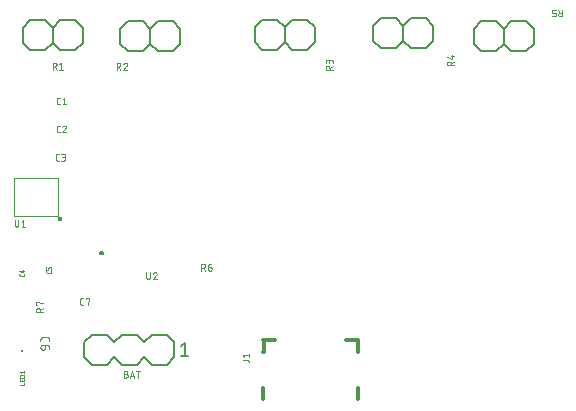
<source format=gbr>
G04 EAGLE Gerber RS-274X export*
G75*
%MOMM*%
%FSLAX34Y34*%
%LPD*%
%INSilkscreen Top*%
%IPPOS*%
%AMOC8*
5,1,8,0,0,1.08239X$1,22.5*%
G01*
%ADD10C,0.025400*%
%ADD11C,0.152400*%
%ADD12C,0.127000*%
%ADD13C,0.050800*%
%ADD14C,0.304800*%
%ADD15C,0.076200*%
%ADD16R,0.250000X0.250000*%
%ADD17C,0.400000*%
%ADD18C,0.101600*%


D10*
X45887Y111892D02*
X45887Y111046D01*
X45885Y110988D01*
X45879Y110931D01*
X45869Y110874D01*
X45856Y110817D01*
X45838Y110762D01*
X45817Y110709D01*
X45792Y110656D01*
X45764Y110606D01*
X45732Y110558D01*
X45697Y110511D01*
X45659Y110468D01*
X45618Y110427D01*
X45575Y110389D01*
X45528Y110354D01*
X45480Y110322D01*
X45430Y110294D01*
X45377Y110269D01*
X45324Y110248D01*
X45269Y110230D01*
X45212Y110217D01*
X45155Y110207D01*
X45098Y110201D01*
X45040Y110199D01*
X42924Y110199D01*
X42866Y110201D01*
X42809Y110207D01*
X42752Y110217D01*
X42695Y110230D01*
X42640Y110248D01*
X42587Y110269D01*
X42534Y110294D01*
X42484Y110322D01*
X42436Y110354D01*
X42389Y110389D01*
X42346Y110427D01*
X42305Y110468D01*
X42267Y110511D01*
X42232Y110558D01*
X42200Y110606D01*
X42172Y110656D01*
X42147Y110709D01*
X42126Y110762D01*
X42108Y110817D01*
X42095Y110874D01*
X42085Y110931D01*
X42079Y110988D01*
X42077Y111046D01*
X42077Y111892D01*
X45887Y113256D02*
X45887Y114526D01*
X45885Y114581D01*
X45880Y114637D01*
X45871Y114691D01*
X45858Y114745D01*
X45842Y114798D01*
X45823Y114850D01*
X45800Y114901D01*
X45774Y114950D01*
X45744Y114997D01*
X45712Y115042D01*
X45677Y115084D01*
X45639Y115125D01*
X45598Y115163D01*
X45556Y115198D01*
X45511Y115230D01*
X45464Y115260D01*
X45415Y115286D01*
X45364Y115309D01*
X45312Y115328D01*
X45259Y115344D01*
X45205Y115357D01*
X45151Y115366D01*
X45095Y115371D01*
X45040Y115373D01*
X44617Y115373D01*
X44559Y115371D01*
X44502Y115365D01*
X44445Y115355D01*
X44388Y115342D01*
X44333Y115324D01*
X44280Y115303D01*
X44227Y115278D01*
X44177Y115250D01*
X44129Y115218D01*
X44082Y115183D01*
X44039Y115145D01*
X43998Y115104D01*
X43960Y115061D01*
X43925Y115014D01*
X43893Y114966D01*
X43865Y114916D01*
X43840Y114863D01*
X43819Y114810D01*
X43801Y114755D01*
X43788Y114698D01*
X43778Y114641D01*
X43772Y114584D01*
X43770Y114526D01*
X43770Y113256D01*
X42077Y113256D01*
X42077Y115373D01*
D11*
X53900Y299050D02*
X66600Y299050D01*
X53900Y299050D02*
X47550Y305400D01*
X47550Y318100D01*
X53900Y324450D01*
X72950Y318100D02*
X72950Y305400D01*
X66600Y299050D01*
X72950Y318100D02*
X66600Y324450D01*
X53900Y324450D01*
X47550Y305400D02*
X41200Y299050D01*
X28500Y299050D01*
X22150Y305400D01*
X22150Y318100D01*
X28500Y324450D01*
X41200Y324450D01*
X47550Y318100D01*
X136250Y297950D02*
X148950Y297950D01*
X136250Y297950D02*
X129900Y304300D01*
X129900Y317000D01*
X136250Y323350D01*
X155300Y317000D02*
X155300Y304300D01*
X148950Y297950D01*
X155300Y317000D02*
X148950Y323350D01*
X136250Y323350D01*
X129900Y304300D02*
X123550Y297950D01*
X110850Y297950D01*
X104500Y304300D01*
X104500Y317000D01*
X110850Y323350D01*
X123550Y323350D01*
X129900Y317000D01*
X250250Y299200D02*
X262950Y299200D01*
X250250Y299200D02*
X243900Y305550D01*
X243900Y318250D01*
X250250Y324600D01*
X269300Y318250D02*
X269300Y305550D01*
X262950Y299200D01*
X269300Y318250D02*
X262950Y324600D01*
X250250Y324600D01*
X243900Y305550D02*
X237550Y299200D01*
X224850Y299200D01*
X218500Y305550D01*
X218500Y318250D01*
X224850Y324600D01*
X237550Y324600D01*
X243900Y318250D01*
X350500Y300450D02*
X363200Y300450D01*
X350500Y300450D02*
X344150Y306800D01*
X344150Y319500D01*
X350500Y325850D01*
X369550Y319500D02*
X369550Y306800D01*
X363200Y300450D01*
X369550Y319500D02*
X363200Y325850D01*
X350500Y325850D01*
X344150Y306800D02*
X337800Y300450D01*
X325100Y300450D01*
X318750Y306800D01*
X318750Y319500D01*
X325100Y325850D01*
X337800Y325850D01*
X344150Y319500D01*
X435750Y297950D02*
X448450Y297950D01*
X435750Y297950D02*
X429400Y304300D01*
X429400Y317000D01*
X435750Y323350D01*
X454800Y317000D02*
X454800Y304300D01*
X448450Y297950D01*
X454800Y317000D02*
X448450Y323350D01*
X435750Y323350D01*
X429400Y304300D02*
X423050Y297950D01*
X410350Y297950D01*
X404000Y304300D01*
X404000Y317000D01*
X410350Y323350D01*
X423050Y323350D01*
X429400Y317000D01*
X143950Y32700D02*
X131250Y32700D01*
X124900Y39050D01*
X124900Y51750D02*
X131250Y58100D01*
X124900Y39050D02*
X118550Y32700D01*
X105850Y32700D01*
X99500Y39050D01*
X99500Y51750D02*
X105850Y58100D01*
X118550Y58100D01*
X124900Y51750D01*
X150300Y51750D02*
X150300Y39050D01*
X143950Y32700D01*
X150300Y51750D02*
X143950Y58100D01*
X131250Y58100D01*
X99500Y39050D02*
X93150Y32700D01*
X80450Y32700D01*
X74100Y39050D01*
X74100Y51750D02*
X80450Y58100D01*
X93150Y58100D01*
X99500Y51750D01*
X74100Y51750D02*
X74100Y39050D01*
D12*
X156015Y48575D02*
X159190Y51115D01*
X159190Y39685D01*
X156015Y39685D02*
X162365Y39685D01*
D13*
X109403Y24902D02*
X107850Y24902D01*
X109403Y24902D02*
X109480Y24900D01*
X109558Y24894D01*
X109634Y24885D01*
X109711Y24871D01*
X109786Y24854D01*
X109860Y24833D01*
X109934Y24808D01*
X110006Y24780D01*
X110076Y24748D01*
X110145Y24713D01*
X110212Y24674D01*
X110277Y24632D01*
X110340Y24587D01*
X110401Y24539D01*
X110459Y24488D01*
X110514Y24434D01*
X110567Y24377D01*
X110616Y24318D01*
X110663Y24256D01*
X110707Y24192D01*
X110747Y24126D01*
X110784Y24058D01*
X110818Y23988D01*
X110848Y23917D01*
X110874Y23844D01*
X110897Y23770D01*
X110916Y23695D01*
X110931Y23620D01*
X110943Y23543D01*
X110951Y23466D01*
X110955Y23389D01*
X110955Y23311D01*
X110951Y23234D01*
X110943Y23157D01*
X110931Y23080D01*
X110916Y23005D01*
X110897Y22930D01*
X110874Y22856D01*
X110848Y22783D01*
X110818Y22712D01*
X110784Y22642D01*
X110747Y22574D01*
X110707Y22508D01*
X110663Y22444D01*
X110616Y22382D01*
X110567Y22323D01*
X110514Y22266D01*
X110459Y22212D01*
X110401Y22161D01*
X110340Y22113D01*
X110277Y22068D01*
X110212Y22026D01*
X110145Y21987D01*
X110076Y21952D01*
X110006Y21920D01*
X109934Y21892D01*
X109860Y21867D01*
X109786Y21846D01*
X109711Y21829D01*
X109634Y21815D01*
X109558Y21806D01*
X109480Y21800D01*
X109403Y21798D01*
X107850Y21798D01*
X107850Y27386D01*
X109403Y27386D01*
X109473Y27384D01*
X109542Y27378D01*
X109611Y27368D01*
X109679Y27355D01*
X109747Y27337D01*
X109813Y27316D01*
X109878Y27291D01*
X109942Y27263D01*
X110004Y27231D01*
X110064Y27196D01*
X110122Y27157D01*
X110177Y27115D01*
X110231Y27070D01*
X110281Y27022D01*
X110329Y26972D01*
X110374Y26918D01*
X110416Y26863D01*
X110455Y26805D01*
X110490Y26745D01*
X110522Y26683D01*
X110550Y26619D01*
X110575Y26554D01*
X110596Y26488D01*
X110614Y26420D01*
X110627Y26352D01*
X110637Y26283D01*
X110643Y26214D01*
X110645Y26144D01*
X110643Y26074D01*
X110637Y26005D01*
X110627Y25936D01*
X110614Y25868D01*
X110596Y25800D01*
X110575Y25734D01*
X110550Y25669D01*
X110522Y25605D01*
X110490Y25543D01*
X110455Y25483D01*
X110416Y25425D01*
X110374Y25370D01*
X110329Y25316D01*
X110281Y25266D01*
X110231Y25218D01*
X110177Y25173D01*
X110122Y25131D01*
X110064Y25092D01*
X110004Y25057D01*
X109942Y25025D01*
X109878Y24997D01*
X109813Y24972D01*
X109747Y24951D01*
X109679Y24933D01*
X109611Y24920D01*
X109542Y24910D01*
X109473Y24904D01*
X109403Y24902D01*
X112761Y21798D02*
X114623Y27386D01*
X116486Y21798D01*
X116020Y23195D02*
X113226Y23195D01*
X119744Y21798D02*
X119744Y27386D01*
X118192Y27386D02*
X121296Y27386D01*
X53688Y253254D02*
X52446Y253254D01*
X52376Y253256D01*
X52307Y253262D01*
X52238Y253272D01*
X52170Y253285D01*
X52102Y253303D01*
X52036Y253324D01*
X51971Y253349D01*
X51907Y253377D01*
X51845Y253409D01*
X51785Y253444D01*
X51727Y253483D01*
X51672Y253525D01*
X51618Y253570D01*
X51568Y253618D01*
X51520Y253668D01*
X51475Y253722D01*
X51433Y253777D01*
X51394Y253835D01*
X51359Y253895D01*
X51327Y253957D01*
X51299Y254021D01*
X51274Y254086D01*
X51253Y254152D01*
X51235Y254220D01*
X51222Y254288D01*
X51212Y254357D01*
X51206Y254426D01*
X51204Y254496D01*
X51204Y257600D01*
X51206Y257670D01*
X51212Y257739D01*
X51222Y257808D01*
X51235Y257876D01*
X51253Y257944D01*
X51274Y258010D01*
X51299Y258075D01*
X51327Y258139D01*
X51359Y258201D01*
X51394Y258261D01*
X51433Y258319D01*
X51475Y258374D01*
X51520Y258428D01*
X51568Y258478D01*
X51618Y258526D01*
X51672Y258571D01*
X51727Y258613D01*
X51785Y258652D01*
X51845Y258687D01*
X51907Y258719D01*
X51971Y258747D01*
X52036Y258772D01*
X52102Y258793D01*
X52170Y258811D01*
X52238Y258824D01*
X52307Y258834D01*
X52376Y258840D01*
X52446Y258842D01*
X53688Y258842D01*
X55792Y257600D02*
X57344Y258842D01*
X57344Y253254D01*
X55792Y253254D02*
X58897Y253254D01*
X53338Y229504D02*
X52096Y229504D01*
X52026Y229506D01*
X51957Y229512D01*
X51888Y229522D01*
X51820Y229535D01*
X51752Y229553D01*
X51686Y229574D01*
X51621Y229599D01*
X51557Y229627D01*
X51495Y229659D01*
X51435Y229694D01*
X51377Y229733D01*
X51322Y229775D01*
X51268Y229820D01*
X51218Y229868D01*
X51170Y229918D01*
X51125Y229972D01*
X51083Y230027D01*
X51044Y230085D01*
X51009Y230145D01*
X50977Y230207D01*
X50949Y230271D01*
X50924Y230336D01*
X50903Y230402D01*
X50885Y230470D01*
X50872Y230538D01*
X50862Y230607D01*
X50856Y230676D01*
X50854Y230746D01*
X50854Y233850D01*
X50856Y233920D01*
X50862Y233989D01*
X50872Y234058D01*
X50885Y234126D01*
X50903Y234194D01*
X50924Y234260D01*
X50949Y234325D01*
X50977Y234389D01*
X51009Y234451D01*
X51044Y234511D01*
X51083Y234569D01*
X51125Y234624D01*
X51170Y234678D01*
X51218Y234728D01*
X51268Y234776D01*
X51322Y234821D01*
X51377Y234863D01*
X51435Y234902D01*
X51495Y234937D01*
X51557Y234969D01*
X51621Y234997D01*
X51686Y235022D01*
X51752Y235043D01*
X51820Y235061D01*
X51888Y235074D01*
X51957Y235084D01*
X52026Y235090D01*
X52096Y235092D01*
X53338Y235092D01*
X57150Y235092D02*
X57223Y235090D01*
X57296Y235084D01*
X57369Y235075D01*
X57440Y235061D01*
X57512Y235044D01*
X57582Y235024D01*
X57651Y234999D01*
X57718Y234971D01*
X57784Y234940D01*
X57849Y234905D01*
X57911Y234867D01*
X57971Y234825D01*
X58029Y234781D01*
X58085Y234733D01*
X58138Y234683D01*
X58188Y234630D01*
X58236Y234574D01*
X58280Y234516D01*
X58322Y234456D01*
X58360Y234394D01*
X58395Y234329D01*
X58426Y234263D01*
X58454Y234196D01*
X58479Y234127D01*
X58499Y234057D01*
X58516Y233985D01*
X58530Y233914D01*
X58539Y233841D01*
X58545Y233768D01*
X58547Y233695D01*
X57150Y235092D02*
X57066Y235090D01*
X56983Y235084D01*
X56900Y235075D01*
X56818Y235061D01*
X56736Y235044D01*
X56655Y235022D01*
X56575Y234997D01*
X56497Y234969D01*
X56419Y234937D01*
X56344Y234901D01*
X56270Y234862D01*
X56198Y234819D01*
X56128Y234773D01*
X56061Y234724D01*
X55995Y234671D01*
X55933Y234616D01*
X55873Y234558D01*
X55815Y234497D01*
X55761Y234434D01*
X55709Y234368D01*
X55661Y234300D01*
X55616Y234229D01*
X55574Y234157D01*
X55536Y234082D01*
X55501Y234006D01*
X55470Y233929D01*
X55442Y233850D01*
X58080Y232609D02*
X58134Y232662D01*
X58185Y232719D01*
X58233Y232778D01*
X58278Y232839D01*
X58319Y232902D01*
X58358Y232968D01*
X58393Y233035D01*
X58425Y233104D01*
X58453Y233175D01*
X58477Y233246D01*
X58498Y233319D01*
X58515Y233393D01*
X58529Y233468D01*
X58538Y233543D01*
X58544Y233619D01*
X58546Y233695D01*
X58081Y232608D02*
X55442Y229504D01*
X58547Y229504D01*
X52738Y205504D02*
X51496Y205504D01*
X51426Y205506D01*
X51357Y205512D01*
X51288Y205522D01*
X51220Y205535D01*
X51152Y205553D01*
X51086Y205574D01*
X51021Y205599D01*
X50957Y205627D01*
X50895Y205659D01*
X50835Y205694D01*
X50777Y205733D01*
X50722Y205775D01*
X50668Y205820D01*
X50618Y205868D01*
X50570Y205918D01*
X50525Y205972D01*
X50483Y206027D01*
X50444Y206085D01*
X50409Y206145D01*
X50377Y206207D01*
X50349Y206271D01*
X50324Y206336D01*
X50303Y206402D01*
X50285Y206470D01*
X50272Y206538D01*
X50262Y206607D01*
X50256Y206676D01*
X50254Y206746D01*
X50254Y209850D01*
X50256Y209920D01*
X50262Y209989D01*
X50272Y210058D01*
X50285Y210126D01*
X50303Y210194D01*
X50324Y210260D01*
X50349Y210325D01*
X50377Y210389D01*
X50409Y210451D01*
X50444Y210511D01*
X50483Y210569D01*
X50525Y210624D01*
X50570Y210678D01*
X50618Y210728D01*
X50668Y210776D01*
X50722Y210821D01*
X50777Y210863D01*
X50835Y210902D01*
X50895Y210937D01*
X50957Y210969D01*
X51021Y210997D01*
X51086Y211022D01*
X51152Y211043D01*
X51220Y211061D01*
X51288Y211074D01*
X51357Y211084D01*
X51426Y211090D01*
X51496Y211092D01*
X52738Y211092D01*
X54842Y205504D02*
X56394Y205504D01*
X56471Y205506D01*
X56549Y205512D01*
X56625Y205521D01*
X56702Y205535D01*
X56777Y205552D01*
X56851Y205573D01*
X56925Y205598D01*
X56997Y205626D01*
X57067Y205658D01*
X57136Y205693D01*
X57203Y205732D01*
X57268Y205774D01*
X57331Y205819D01*
X57392Y205867D01*
X57450Y205918D01*
X57505Y205972D01*
X57558Y206029D01*
X57607Y206088D01*
X57654Y206150D01*
X57698Y206214D01*
X57738Y206280D01*
X57775Y206348D01*
X57809Y206418D01*
X57839Y206489D01*
X57865Y206562D01*
X57888Y206636D01*
X57907Y206711D01*
X57922Y206786D01*
X57934Y206863D01*
X57942Y206940D01*
X57946Y207017D01*
X57946Y207095D01*
X57942Y207172D01*
X57934Y207249D01*
X57922Y207326D01*
X57907Y207401D01*
X57888Y207476D01*
X57865Y207550D01*
X57839Y207623D01*
X57809Y207694D01*
X57775Y207764D01*
X57738Y207832D01*
X57698Y207898D01*
X57654Y207962D01*
X57607Y208024D01*
X57558Y208083D01*
X57505Y208140D01*
X57450Y208194D01*
X57392Y208245D01*
X57331Y208293D01*
X57268Y208338D01*
X57203Y208380D01*
X57136Y208419D01*
X57067Y208454D01*
X56997Y208486D01*
X56925Y208514D01*
X56851Y208539D01*
X56777Y208560D01*
X56702Y208577D01*
X56625Y208591D01*
X56549Y208600D01*
X56471Y208606D01*
X56394Y208608D01*
X56705Y211092D02*
X54842Y211092D01*
X56705Y211092D02*
X56775Y211090D01*
X56844Y211084D01*
X56913Y211074D01*
X56981Y211061D01*
X57049Y211043D01*
X57115Y211022D01*
X57180Y210997D01*
X57244Y210969D01*
X57306Y210937D01*
X57366Y210902D01*
X57424Y210863D01*
X57479Y210821D01*
X57533Y210776D01*
X57583Y210728D01*
X57631Y210678D01*
X57676Y210624D01*
X57718Y210569D01*
X57757Y210511D01*
X57792Y210451D01*
X57824Y210389D01*
X57852Y210325D01*
X57877Y210260D01*
X57898Y210194D01*
X57916Y210126D01*
X57929Y210058D01*
X57939Y209989D01*
X57945Y209920D01*
X57947Y209850D01*
X57945Y209780D01*
X57939Y209711D01*
X57929Y209642D01*
X57916Y209574D01*
X57898Y209506D01*
X57877Y209440D01*
X57852Y209375D01*
X57824Y209311D01*
X57792Y209249D01*
X57757Y209189D01*
X57718Y209131D01*
X57676Y209076D01*
X57631Y209022D01*
X57583Y208972D01*
X57533Y208924D01*
X57479Y208879D01*
X57424Y208837D01*
X57366Y208798D01*
X57306Y208763D01*
X57244Y208731D01*
X57180Y208703D01*
X57115Y208678D01*
X57049Y208657D01*
X56981Y208639D01*
X56913Y208626D01*
X56844Y208616D01*
X56775Y208610D01*
X56705Y208608D01*
X55463Y208608D01*
D10*
X23037Y109392D02*
X23037Y108546D01*
X23035Y108488D01*
X23029Y108431D01*
X23019Y108374D01*
X23006Y108317D01*
X22988Y108262D01*
X22967Y108209D01*
X22942Y108156D01*
X22914Y108106D01*
X22882Y108058D01*
X22847Y108011D01*
X22809Y107968D01*
X22768Y107927D01*
X22725Y107889D01*
X22678Y107854D01*
X22630Y107822D01*
X22580Y107794D01*
X22527Y107769D01*
X22474Y107748D01*
X22419Y107730D01*
X22362Y107717D01*
X22305Y107707D01*
X22248Y107701D01*
X22190Y107699D01*
X20074Y107699D01*
X20016Y107701D01*
X19959Y107707D01*
X19902Y107717D01*
X19845Y107730D01*
X19790Y107748D01*
X19737Y107769D01*
X19684Y107794D01*
X19634Y107822D01*
X19586Y107854D01*
X19539Y107889D01*
X19496Y107927D01*
X19455Y107968D01*
X19417Y108011D01*
X19382Y108058D01*
X19350Y108106D01*
X19322Y108156D01*
X19297Y108209D01*
X19276Y108262D01*
X19258Y108317D01*
X19245Y108374D01*
X19235Y108431D01*
X19229Y108488D01*
X19227Y108546D01*
X19227Y109392D01*
X19227Y111603D02*
X22190Y110756D01*
X22190Y112873D01*
X21344Y112238D02*
X23037Y112238D01*
D13*
X37004Y54069D02*
X37004Y52375D01*
X37004Y54069D02*
X37006Y54150D01*
X37012Y54230D01*
X37021Y54310D01*
X37035Y54389D01*
X37052Y54468D01*
X37073Y54546D01*
X37097Y54623D01*
X37125Y54698D01*
X37157Y54772D01*
X37192Y54845D01*
X37231Y54916D01*
X37273Y54984D01*
X37318Y55051D01*
X37366Y55116D01*
X37418Y55178D01*
X37472Y55237D01*
X37529Y55294D01*
X37588Y55348D01*
X37650Y55400D01*
X37715Y55448D01*
X37782Y55493D01*
X37851Y55535D01*
X37921Y55574D01*
X37994Y55609D01*
X38068Y55641D01*
X38143Y55669D01*
X38220Y55693D01*
X38298Y55714D01*
X38377Y55731D01*
X38456Y55745D01*
X38536Y55754D01*
X38616Y55760D01*
X38697Y55762D01*
X42931Y55762D01*
X43012Y55760D01*
X43092Y55754D01*
X43172Y55745D01*
X43251Y55731D01*
X43330Y55714D01*
X43408Y55693D01*
X43485Y55669D01*
X43560Y55641D01*
X43634Y55609D01*
X43707Y55574D01*
X43777Y55535D01*
X43846Y55493D01*
X43913Y55448D01*
X43978Y55400D01*
X44040Y55348D01*
X44099Y55294D01*
X44156Y55237D01*
X44210Y55178D01*
X44262Y55116D01*
X44310Y55051D01*
X44355Y54984D01*
X44397Y54916D01*
X44436Y54845D01*
X44471Y54772D01*
X44503Y54698D01*
X44531Y54623D01*
X44555Y54546D01*
X44576Y54468D01*
X44593Y54389D01*
X44607Y54310D01*
X44616Y54230D01*
X44622Y54150D01*
X44624Y54069D01*
X44624Y52375D01*
X41237Y49647D02*
X41237Y47107D01*
X41235Y47026D01*
X41229Y46946D01*
X41220Y46866D01*
X41206Y46787D01*
X41189Y46708D01*
X41168Y46630D01*
X41144Y46553D01*
X41116Y46478D01*
X41084Y46404D01*
X41049Y46331D01*
X41010Y46261D01*
X40968Y46192D01*
X40923Y46125D01*
X40875Y46060D01*
X40823Y45998D01*
X40769Y45939D01*
X40712Y45882D01*
X40653Y45828D01*
X40591Y45776D01*
X40526Y45728D01*
X40459Y45683D01*
X40391Y45641D01*
X40320Y45602D01*
X40247Y45567D01*
X40173Y45535D01*
X40098Y45507D01*
X40021Y45483D01*
X39943Y45462D01*
X39864Y45445D01*
X39785Y45431D01*
X39705Y45422D01*
X39625Y45416D01*
X39544Y45414D01*
X39121Y45414D01*
X39121Y45413D02*
X39030Y45415D01*
X38939Y45421D01*
X38848Y45431D01*
X38758Y45444D01*
X38669Y45462D01*
X38580Y45483D01*
X38493Y45508D01*
X38406Y45537D01*
X38321Y45570D01*
X38238Y45606D01*
X38156Y45646D01*
X38076Y45689D01*
X37997Y45736D01*
X37921Y45786D01*
X37847Y45839D01*
X37776Y45895D01*
X37707Y45955D01*
X37640Y46017D01*
X37577Y46082D01*
X37516Y46150D01*
X37458Y46220D01*
X37403Y46293D01*
X37351Y46368D01*
X37303Y46445D01*
X37258Y46525D01*
X37216Y46606D01*
X37178Y46688D01*
X37144Y46773D01*
X37113Y46859D01*
X37086Y46946D01*
X37063Y47034D01*
X37044Y47123D01*
X37028Y47212D01*
X37016Y47303D01*
X37008Y47393D01*
X37004Y47484D01*
X37004Y47576D01*
X37008Y47667D01*
X37016Y47757D01*
X37028Y47848D01*
X37044Y47937D01*
X37063Y48026D01*
X37086Y48114D01*
X37113Y48201D01*
X37144Y48287D01*
X37178Y48372D01*
X37216Y48454D01*
X37258Y48535D01*
X37303Y48615D01*
X37351Y48692D01*
X37403Y48767D01*
X37458Y48840D01*
X37516Y48910D01*
X37577Y48978D01*
X37640Y49043D01*
X37707Y49105D01*
X37776Y49165D01*
X37847Y49221D01*
X37921Y49274D01*
X37997Y49324D01*
X38076Y49371D01*
X38156Y49414D01*
X38238Y49454D01*
X38321Y49490D01*
X38406Y49523D01*
X38493Y49552D01*
X38580Y49577D01*
X38669Y49598D01*
X38758Y49616D01*
X38848Y49629D01*
X38939Y49639D01*
X39030Y49645D01*
X39121Y49647D01*
X41237Y49647D01*
X41353Y49645D01*
X41468Y49639D01*
X41583Y49629D01*
X41698Y49615D01*
X41812Y49598D01*
X41926Y49576D01*
X42039Y49551D01*
X42151Y49521D01*
X42262Y49488D01*
X42371Y49451D01*
X42480Y49411D01*
X42586Y49367D01*
X42692Y49319D01*
X42795Y49267D01*
X42897Y49212D01*
X42997Y49154D01*
X43095Y49092D01*
X43190Y49027D01*
X43284Y48959D01*
X43374Y48887D01*
X43463Y48813D01*
X43549Y48735D01*
X43632Y48655D01*
X43712Y48572D01*
X43790Y48486D01*
X43864Y48398D01*
X43936Y48307D01*
X44004Y48213D01*
X44069Y48118D01*
X44131Y48020D01*
X44189Y47920D01*
X44244Y47818D01*
X44296Y47715D01*
X44344Y47609D01*
X44388Y47503D01*
X44428Y47394D01*
X44465Y47285D01*
X44498Y47174D01*
X44528Y47062D01*
X44553Y46949D01*
X44575Y46836D01*
X44592Y46721D01*
X44606Y46606D01*
X44616Y46491D01*
X44622Y46376D01*
X44624Y46260D01*
D10*
X72009Y83277D02*
X73307Y83277D01*
X72009Y83277D02*
X71939Y83279D01*
X71869Y83285D01*
X71799Y83294D01*
X71730Y83307D01*
X71662Y83324D01*
X71595Y83345D01*
X71529Y83369D01*
X71464Y83397D01*
X71401Y83428D01*
X71340Y83463D01*
X71281Y83501D01*
X71223Y83542D01*
X71169Y83586D01*
X71116Y83633D01*
X71067Y83682D01*
X71020Y83735D01*
X70976Y83789D01*
X70935Y83847D01*
X70897Y83906D01*
X70862Y83967D01*
X70831Y84030D01*
X70803Y84095D01*
X70779Y84161D01*
X70758Y84228D01*
X70741Y84296D01*
X70728Y84365D01*
X70719Y84435D01*
X70713Y84505D01*
X70711Y84575D01*
X70711Y87821D01*
X70713Y87891D01*
X70719Y87961D01*
X70728Y88031D01*
X70741Y88100D01*
X70758Y88168D01*
X70779Y88235D01*
X70803Y88301D01*
X70831Y88366D01*
X70862Y88429D01*
X70897Y88490D01*
X70935Y88549D01*
X70976Y88607D01*
X71020Y88661D01*
X71067Y88714D01*
X71116Y88763D01*
X71169Y88810D01*
X71223Y88854D01*
X71281Y88895D01*
X71340Y88933D01*
X71401Y88968D01*
X71464Y88999D01*
X71529Y89027D01*
X71595Y89051D01*
X71662Y89072D01*
X71730Y89089D01*
X71799Y89102D01*
X71869Y89111D01*
X71939Y89117D01*
X72009Y89119D01*
X73307Y89119D01*
X75295Y89119D02*
X75295Y88470D01*
X75295Y89119D02*
X78541Y89119D01*
X76918Y83277D01*
D14*
X225921Y53120D02*
X225921Y43300D01*
X225850Y43300D01*
X225850Y53300D02*
X235850Y53300D01*
X305850Y53300D02*
X305850Y43300D01*
X305850Y53300D02*
X295850Y53300D01*
X225850Y13300D02*
X225850Y3300D01*
X305850Y3300D02*
X305850Y13300D01*
D15*
X212294Y36509D02*
X208145Y36509D01*
X212294Y36509D02*
X212360Y36507D01*
X212427Y36502D01*
X212492Y36492D01*
X212558Y36479D01*
X212622Y36463D01*
X212685Y36443D01*
X212747Y36419D01*
X212808Y36392D01*
X212867Y36361D01*
X212924Y36327D01*
X212980Y36290D01*
X213033Y36250D01*
X213084Y36208D01*
X213132Y36162D01*
X213178Y36114D01*
X213220Y36063D01*
X213260Y36010D01*
X213297Y35954D01*
X213331Y35897D01*
X213362Y35838D01*
X213389Y35777D01*
X213413Y35715D01*
X213433Y35652D01*
X213449Y35588D01*
X213462Y35522D01*
X213472Y35457D01*
X213477Y35390D01*
X213479Y35324D01*
X213479Y34731D01*
X209330Y39186D02*
X208145Y40668D01*
X213479Y40668D01*
X213479Y39186D02*
X213479Y42150D01*
D16*
X21050Y44250D03*
D10*
X19513Y15427D02*
X23323Y15427D01*
X23323Y17120D01*
X23323Y18597D02*
X23323Y20290D01*
X23323Y18597D02*
X19513Y18597D01*
X19513Y20290D01*
X21206Y19867D02*
X21206Y18597D01*
X19513Y21760D02*
X23323Y21760D01*
X19513Y21760D02*
X19513Y22819D01*
X19515Y22883D01*
X19521Y22947D01*
X19530Y23010D01*
X19544Y23072D01*
X19561Y23134D01*
X19582Y23194D01*
X19606Y23253D01*
X19634Y23311D01*
X19666Y23366D01*
X19700Y23420D01*
X19738Y23471D01*
X19779Y23521D01*
X19823Y23567D01*
X19869Y23611D01*
X19919Y23652D01*
X19970Y23690D01*
X20024Y23724D01*
X20079Y23756D01*
X20137Y23784D01*
X20196Y23808D01*
X20256Y23829D01*
X20318Y23846D01*
X20380Y23860D01*
X20444Y23869D01*
X20507Y23875D01*
X20571Y23877D01*
X22265Y23877D01*
X22329Y23875D01*
X22393Y23869D01*
X22456Y23860D01*
X22518Y23846D01*
X22580Y23829D01*
X22640Y23808D01*
X22699Y23784D01*
X22757Y23756D01*
X22812Y23724D01*
X22866Y23690D01*
X22917Y23652D01*
X22967Y23611D01*
X23013Y23567D01*
X23057Y23521D01*
X23098Y23471D01*
X23136Y23420D01*
X23170Y23366D01*
X23202Y23311D01*
X23230Y23253D01*
X23254Y23194D01*
X23275Y23134D01*
X23292Y23072D01*
X23306Y23010D01*
X23315Y22947D01*
X23321Y22883D01*
X23323Y22819D01*
X23323Y21760D01*
X20360Y25540D02*
X19513Y26598D01*
X23323Y26598D01*
X23323Y25540D02*
X23323Y27656D01*
X47511Y282477D02*
X47511Y288319D01*
X49134Y288319D01*
X49214Y288317D01*
X49293Y288311D01*
X49372Y288301D01*
X49451Y288288D01*
X49528Y288270D01*
X49605Y288249D01*
X49681Y288224D01*
X49755Y288195D01*
X49828Y288163D01*
X49899Y288127D01*
X49968Y288088D01*
X50036Y288045D01*
X50101Y288000D01*
X50164Y287951D01*
X50224Y287899D01*
X50282Y287844D01*
X50337Y287786D01*
X50389Y287726D01*
X50438Y287663D01*
X50483Y287598D01*
X50526Y287530D01*
X50565Y287461D01*
X50601Y287390D01*
X50633Y287317D01*
X50662Y287243D01*
X50687Y287167D01*
X50708Y287090D01*
X50726Y287013D01*
X50739Y286934D01*
X50749Y286855D01*
X50755Y286776D01*
X50757Y286696D01*
X50755Y286616D01*
X50749Y286537D01*
X50739Y286458D01*
X50726Y286379D01*
X50708Y286302D01*
X50687Y286225D01*
X50662Y286149D01*
X50633Y286075D01*
X50601Y286002D01*
X50565Y285931D01*
X50526Y285862D01*
X50483Y285794D01*
X50438Y285729D01*
X50389Y285666D01*
X50337Y285606D01*
X50282Y285548D01*
X50224Y285493D01*
X50164Y285441D01*
X50101Y285392D01*
X50036Y285347D01*
X49968Y285304D01*
X49899Y285265D01*
X49828Y285229D01*
X49755Y285197D01*
X49681Y285168D01*
X49605Y285143D01*
X49528Y285122D01*
X49451Y285104D01*
X49372Y285091D01*
X49293Y285081D01*
X49214Y285075D01*
X49134Y285073D01*
X47511Y285073D01*
X49458Y285073D02*
X50757Y282477D01*
X52970Y287021D02*
X54593Y288319D01*
X54593Y282477D01*
X52970Y282477D02*
X56216Y282477D01*
X101511Y282477D02*
X101511Y288319D01*
X103134Y288319D01*
X103214Y288317D01*
X103293Y288311D01*
X103372Y288301D01*
X103451Y288288D01*
X103528Y288270D01*
X103605Y288249D01*
X103681Y288224D01*
X103755Y288195D01*
X103828Y288163D01*
X103899Y288127D01*
X103968Y288088D01*
X104036Y288045D01*
X104101Y288000D01*
X104164Y287951D01*
X104224Y287899D01*
X104282Y287844D01*
X104337Y287786D01*
X104389Y287726D01*
X104438Y287663D01*
X104483Y287598D01*
X104526Y287530D01*
X104565Y287461D01*
X104601Y287390D01*
X104633Y287317D01*
X104662Y287243D01*
X104687Y287167D01*
X104708Y287090D01*
X104726Y287013D01*
X104739Y286934D01*
X104749Y286855D01*
X104755Y286776D01*
X104757Y286696D01*
X104755Y286616D01*
X104749Y286537D01*
X104739Y286458D01*
X104726Y286379D01*
X104708Y286302D01*
X104687Y286225D01*
X104662Y286149D01*
X104633Y286075D01*
X104601Y286002D01*
X104565Y285931D01*
X104526Y285862D01*
X104483Y285794D01*
X104438Y285729D01*
X104389Y285666D01*
X104337Y285606D01*
X104282Y285548D01*
X104224Y285493D01*
X104164Y285441D01*
X104101Y285392D01*
X104036Y285347D01*
X103968Y285304D01*
X103899Y285265D01*
X103828Y285229D01*
X103755Y285197D01*
X103681Y285168D01*
X103605Y285143D01*
X103528Y285122D01*
X103451Y285104D01*
X103372Y285091D01*
X103293Y285081D01*
X103214Y285075D01*
X103134Y285073D01*
X101511Y285073D01*
X103458Y285073D02*
X104757Y282477D01*
X110217Y286859D02*
X110215Y286933D01*
X110210Y287007D01*
X110200Y287080D01*
X110187Y287153D01*
X110170Y287225D01*
X110150Y287296D01*
X110126Y287366D01*
X110099Y287435D01*
X110068Y287502D01*
X110033Y287568D01*
X109996Y287632D01*
X109955Y287694D01*
X109911Y287753D01*
X109865Y287811D01*
X109815Y287866D01*
X109763Y287918D01*
X109708Y287968D01*
X109650Y288014D01*
X109591Y288058D01*
X109529Y288099D01*
X109465Y288136D01*
X109399Y288171D01*
X109332Y288202D01*
X109263Y288229D01*
X109193Y288253D01*
X109122Y288273D01*
X109050Y288290D01*
X108977Y288303D01*
X108904Y288313D01*
X108830Y288318D01*
X108756Y288320D01*
X108756Y288319D02*
X108672Y288317D01*
X108588Y288311D01*
X108504Y288302D01*
X108421Y288289D01*
X108338Y288272D01*
X108257Y288251D01*
X108176Y288227D01*
X108096Y288199D01*
X108018Y288168D01*
X107941Y288133D01*
X107866Y288095D01*
X107793Y288053D01*
X107722Y288008D01*
X107653Y287960D01*
X107586Y287909D01*
X107521Y287855D01*
X107459Y287798D01*
X107399Y287739D01*
X107342Y287676D01*
X107288Y287612D01*
X107237Y287545D01*
X107190Y287475D01*
X107145Y287404D01*
X107103Y287331D01*
X107065Y287255D01*
X107030Y287179D01*
X106999Y287101D01*
X106971Y287021D01*
X109729Y285723D02*
X109782Y285776D01*
X109832Y285831D01*
X109880Y285889D01*
X109925Y285948D01*
X109967Y286010D01*
X110006Y286074D01*
X110041Y286140D01*
X110074Y286207D01*
X110103Y286275D01*
X110130Y286346D01*
X110152Y286417D01*
X110172Y286489D01*
X110188Y286562D01*
X110200Y286636D01*
X110209Y286710D01*
X110214Y286784D01*
X110216Y286859D01*
X109729Y285723D02*
X106970Y282477D01*
X110216Y282477D01*
X278531Y282311D02*
X284373Y282311D01*
X278531Y282311D02*
X278531Y283934D01*
X278533Y284014D01*
X278539Y284093D01*
X278549Y284172D01*
X278562Y284251D01*
X278580Y284328D01*
X278601Y284405D01*
X278626Y284481D01*
X278655Y284555D01*
X278687Y284628D01*
X278723Y284699D01*
X278762Y284768D01*
X278805Y284836D01*
X278850Y284901D01*
X278899Y284964D01*
X278951Y285024D01*
X279006Y285082D01*
X279064Y285137D01*
X279124Y285189D01*
X279187Y285238D01*
X279252Y285283D01*
X279320Y285326D01*
X279389Y285365D01*
X279460Y285401D01*
X279533Y285433D01*
X279607Y285462D01*
X279683Y285487D01*
X279760Y285508D01*
X279837Y285526D01*
X279916Y285539D01*
X279995Y285549D01*
X280074Y285555D01*
X280154Y285557D01*
X280234Y285555D01*
X280313Y285549D01*
X280392Y285539D01*
X280471Y285526D01*
X280548Y285508D01*
X280625Y285487D01*
X280701Y285462D01*
X280775Y285433D01*
X280848Y285401D01*
X280919Y285365D01*
X280988Y285326D01*
X281056Y285283D01*
X281121Y285238D01*
X281184Y285189D01*
X281244Y285137D01*
X281302Y285082D01*
X281357Y285024D01*
X281409Y284964D01*
X281458Y284901D01*
X281503Y284836D01*
X281546Y284768D01*
X281585Y284699D01*
X281621Y284628D01*
X281653Y284555D01*
X281682Y284481D01*
X281707Y284405D01*
X281728Y284328D01*
X281746Y284251D01*
X281759Y284172D01*
X281769Y284093D01*
X281775Y284014D01*
X281777Y283934D01*
X281777Y282311D01*
X281777Y284258D02*
X284373Y285557D01*
X284373Y287770D02*
X284373Y289393D01*
X284371Y289473D01*
X284365Y289552D01*
X284355Y289631D01*
X284342Y289710D01*
X284324Y289787D01*
X284303Y289864D01*
X284278Y289940D01*
X284249Y290014D01*
X284217Y290087D01*
X284181Y290158D01*
X284142Y290227D01*
X284099Y290295D01*
X284054Y290360D01*
X284005Y290423D01*
X283953Y290483D01*
X283898Y290541D01*
X283840Y290596D01*
X283780Y290648D01*
X283717Y290697D01*
X283652Y290742D01*
X283584Y290785D01*
X283515Y290824D01*
X283444Y290860D01*
X283371Y290892D01*
X283297Y290921D01*
X283221Y290946D01*
X283144Y290967D01*
X283067Y290985D01*
X282988Y290998D01*
X282909Y291008D01*
X282830Y291014D01*
X282750Y291016D01*
X282670Y291014D01*
X282591Y291008D01*
X282512Y290998D01*
X282433Y290985D01*
X282356Y290967D01*
X282279Y290946D01*
X282203Y290921D01*
X282129Y290892D01*
X282056Y290860D01*
X281985Y290824D01*
X281916Y290785D01*
X281848Y290742D01*
X281783Y290697D01*
X281720Y290648D01*
X281660Y290596D01*
X281602Y290541D01*
X281547Y290483D01*
X281495Y290423D01*
X281446Y290360D01*
X281401Y290295D01*
X281358Y290227D01*
X281319Y290158D01*
X281283Y290087D01*
X281251Y290014D01*
X281222Y289940D01*
X281197Y289864D01*
X281176Y289787D01*
X281158Y289710D01*
X281145Y289631D01*
X281135Y289552D01*
X281129Y289473D01*
X281127Y289393D01*
X278531Y289718D02*
X278531Y287770D01*
X278531Y289718D02*
X278533Y289788D01*
X278539Y289858D01*
X278548Y289928D01*
X278561Y289997D01*
X278578Y290065D01*
X278599Y290132D01*
X278623Y290198D01*
X278651Y290263D01*
X278682Y290326D01*
X278717Y290387D01*
X278755Y290446D01*
X278796Y290504D01*
X278840Y290558D01*
X278887Y290611D01*
X278936Y290660D01*
X278989Y290707D01*
X279043Y290751D01*
X279101Y290792D01*
X279160Y290830D01*
X279221Y290865D01*
X279284Y290896D01*
X279349Y290924D01*
X279415Y290948D01*
X279482Y290969D01*
X279550Y290986D01*
X279619Y290999D01*
X279689Y291008D01*
X279759Y291014D01*
X279829Y291016D01*
X279899Y291014D01*
X279969Y291008D01*
X280039Y290999D01*
X280108Y290986D01*
X280176Y290969D01*
X280243Y290948D01*
X280309Y290924D01*
X280374Y290896D01*
X280437Y290865D01*
X280498Y290830D01*
X280557Y290792D01*
X280615Y290751D01*
X280669Y290707D01*
X280722Y290660D01*
X280771Y290611D01*
X280818Y290558D01*
X280862Y290504D01*
X280903Y290446D01*
X280941Y290387D01*
X280976Y290326D01*
X281007Y290263D01*
X281035Y290198D01*
X281059Y290132D01*
X281080Y290065D01*
X281097Y289997D01*
X281110Y289928D01*
X281119Y289858D01*
X281125Y289788D01*
X281127Y289718D01*
X281127Y288420D01*
X381281Y286061D02*
X387123Y286061D01*
X381281Y286061D02*
X381281Y287684D01*
X381283Y287764D01*
X381289Y287843D01*
X381299Y287922D01*
X381312Y288001D01*
X381330Y288078D01*
X381351Y288155D01*
X381376Y288231D01*
X381405Y288305D01*
X381437Y288378D01*
X381473Y288449D01*
X381512Y288518D01*
X381555Y288586D01*
X381600Y288651D01*
X381649Y288714D01*
X381701Y288774D01*
X381756Y288832D01*
X381814Y288887D01*
X381874Y288939D01*
X381937Y288988D01*
X382002Y289033D01*
X382070Y289076D01*
X382139Y289115D01*
X382210Y289151D01*
X382283Y289183D01*
X382357Y289212D01*
X382433Y289237D01*
X382510Y289258D01*
X382587Y289276D01*
X382666Y289289D01*
X382745Y289299D01*
X382824Y289305D01*
X382904Y289307D01*
X382984Y289305D01*
X383063Y289299D01*
X383142Y289289D01*
X383221Y289276D01*
X383298Y289258D01*
X383375Y289237D01*
X383451Y289212D01*
X383525Y289183D01*
X383598Y289151D01*
X383669Y289115D01*
X383738Y289076D01*
X383806Y289033D01*
X383871Y288988D01*
X383934Y288939D01*
X383994Y288887D01*
X384052Y288832D01*
X384107Y288774D01*
X384159Y288714D01*
X384208Y288651D01*
X384253Y288586D01*
X384296Y288518D01*
X384335Y288449D01*
X384371Y288378D01*
X384403Y288305D01*
X384432Y288231D01*
X384457Y288155D01*
X384478Y288078D01*
X384496Y288001D01*
X384509Y287922D01*
X384519Y287843D01*
X384525Y287764D01*
X384527Y287684D01*
X384527Y286061D01*
X384527Y288008D02*
X387123Y289307D01*
X385825Y291520D02*
X381281Y292819D01*
X385825Y291520D02*
X385825Y294766D01*
X384527Y293792D02*
X387123Y293792D01*
X478623Y327547D02*
X478623Y333389D01*
X478623Y327547D02*
X477000Y327547D01*
X476920Y327549D01*
X476841Y327555D01*
X476762Y327565D01*
X476683Y327578D01*
X476606Y327596D01*
X476529Y327617D01*
X476453Y327642D01*
X476379Y327671D01*
X476306Y327703D01*
X476235Y327739D01*
X476166Y327778D01*
X476098Y327821D01*
X476033Y327866D01*
X475970Y327915D01*
X475910Y327967D01*
X475852Y328022D01*
X475797Y328080D01*
X475745Y328140D01*
X475696Y328203D01*
X475651Y328268D01*
X475608Y328336D01*
X475569Y328405D01*
X475533Y328476D01*
X475501Y328549D01*
X475472Y328623D01*
X475447Y328699D01*
X475426Y328776D01*
X475408Y328853D01*
X475395Y328932D01*
X475385Y329011D01*
X475379Y329090D01*
X475377Y329170D01*
X475379Y329250D01*
X475385Y329329D01*
X475395Y329408D01*
X475408Y329487D01*
X475426Y329564D01*
X475447Y329641D01*
X475472Y329717D01*
X475501Y329791D01*
X475533Y329864D01*
X475569Y329935D01*
X475608Y330004D01*
X475651Y330072D01*
X475696Y330137D01*
X475745Y330200D01*
X475797Y330260D01*
X475852Y330318D01*
X475910Y330373D01*
X475970Y330425D01*
X476033Y330474D01*
X476098Y330519D01*
X476166Y330562D01*
X476235Y330601D01*
X476306Y330637D01*
X476379Y330669D01*
X476453Y330698D01*
X476529Y330723D01*
X476606Y330744D01*
X476683Y330762D01*
X476762Y330775D01*
X476841Y330785D01*
X476920Y330791D01*
X477000Y330793D01*
X478623Y330793D01*
X476676Y330793D02*
X475377Y333389D01*
X473164Y333389D02*
X471216Y333389D01*
X471146Y333387D01*
X471076Y333381D01*
X471006Y333372D01*
X470937Y333359D01*
X470869Y333342D01*
X470802Y333321D01*
X470736Y333297D01*
X470671Y333269D01*
X470608Y333238D01*
X470547Y333203D01*
X470488Y333165D01*
X470430Y333124D01*
X470376Y333080D01*
X470323Y333033D01*
X470274Y332984D01*
X470227Y332931D01*
X470183Y332877D01*
X470142Y332819D01*
X470104Y332760D01*
X470069Y332699D01*
X470038Y332636D01*
X470010Y332571D01*
X469986Y332505D01*
X469965Y332438D01*
X469948Y332370D01*
X469935Y332301D01*
X469926Y332231D01*
X469920Y332161D01*
X469918Y332091D01*
X469918Y331442D01*
X469920Y331372D01*
X469926Y331302D01*
X469935Y331232D01*
X469948Y331163D01*
X469965Y331095D01*
X469986Y331028D01*
X470010Y330962D01*
X470038Y330897D01*
X470069Y330834D01*
X470104Y330773D01*
X470142Y330714D01*
X470183Y330656D01*
X470227Y330602D01*
X470274Y330549D01*
X470323Y330500D01*
X470376Y330453D01*
X470430Y330409D01*
X470488Y330368D01*
X470547Y330330D01*
X470608Y330295D01*
X470671Y330264D01*
X470736Y330236D01*
X470802Y330212D01*
X470869Y330191D01*
X470937Y330174D01*
X471006Y330161D01*
X471076Y330152D01*
X471146Y330146D01*
X471216Y330144D01*
X471216Y330143D02*
X473164Y330143D01*
X473164Y327547D01*
X469918Y327547D01*
X173243Y118069D02*
X173243Y112227D01*
X173243Y118069D02*
X174866Y118069D01*
X174946Y118067D01*
X175025Y118061D01*
X175104Y118051D01*
X175183Y118038D01*
X175260Y118020D01*
X175337Y117999D01*
X175413Y117974D01*
X175487Y117945D01*
X175560Y117913D01*
X175631Y117877D01*
X175700Y117838D01*
X175768Y117795D01*
X175833Y117750D01*
X175896Y117701D01*
X175956Y117649D01*
X176014Y117594D01*
X176069Y117536D01*
X176121Y117476D01*
X176170Y117413D01*
X176215Y117348D01*
X176258Y117280D01*
X176297Y117211D01*
X176333Y117140D01*
X176365Y117067D01*
X176394Y116993D01*
X176419Y116917D01*
X176440Y116840D01*
X176458Y116763D01*
X176471Y116684D01*
X176481Y116605D01*
X176487Y116526D01*
X176489Y116446D01*
X176487Y116366D01*
X176481Y116287D01*
X176471Y116208D01*
X176458Y116129D01*
X176440Y116052D01*
X176419Y115975D01*
X176394Y115899D01*
X176365Y115825D01*
X176333Y115752D01*
X176297Y115681D01*
X176258Y115612D01*
X176215Y115544D01*
X176170Y115479D01*
X176121Y115416D01*
X176069Y115356D01*
X176014Y115298D01*
X175956Y115243D01*
X175896Y115191D01*
X175833Y115142D01*
X175768Y115097D01*
X175700Y115054D01*
X175631Y115015D01*
X175560Y114979D01*
X175487Y114947D01*
X175413Y114918D01*
X175337Y114893D01*
X175260Y114872D01*
X175183Y114854D01*
X175104Y114841D01*
X175025Y114831D01*
X174946Y114825D01*
X174866Y114823D01*
X173243Y114823D01*
X175190Y114823D02*
X176489Y112227D01*
X178702Y115473D02*
X180650Y115473D01*
X180650Y115472D02*
X180720Y115470D01*
X180790Y115464D01*
X180860Y115455D01*
X180929Y115442D01*
X180997Y115425D01*
X181064Y115404D01*
X181130Y115380D01*
X181195Y115352D01*
X181258Y115321D01*
X181319Y115286D01*
X181378Y115248D01*
X181436Y115207D01*
X181490Y115163D01*
X181543Y115116D01*
X181592Y115067D01*
X181639Y115014D01*
X181683Y114960D01*
X181724Y114902D01*
X181762Y114843D01*
X181797Y114782D01*
X181828Y114719D01*
X181856Y114654D01*
X181880Y114588D01*
X181901Y114521D01*
X181918Y114453D01*
X181931Y114384D01*
X181940Y114314D01*
X181946Y114244D01*
X181948Y114174D01*
X181948Y113850D01*
X181946Y113770D01*
X181940Y113691D01*
X181930Y113612D01*
X181917Y113533D01*
X181899Y113456D01*
X181878Y113379D01*
X181853Y113303D01*
X181824Y113229D01*
X181792Y113156D01*
X181756Y113085D01*
X181717Y113016D01*
X181674Y112948D01*
X181629Y112883D01*
X181580Y112820D01*
X181528Y112760D01*
X181473Y112702D01*
X181415Y112647D01*
X181355Y112595D01*
X181292Y112546D01*
X181227Y112501D01*
X181159Y112458D01*
X181090Y112419D01*
X181019Y112383D01*
X180946Y112351D01*
X180872Y112322D01*
X180796Y112297D01*
X180719Y112276D01*
X180642Y112258D01*
X180563Y112245D01*
X180484Y112235D01*
X180405Y112229D01*
X180325Y112227D01*
X180245Y112229D01*
X180166Y112235D01*
X180087Y112245D01*
X180008Y112258D01*
X179931Y112276D01*
X179854Y112297D01*
X179778Y112322D01*
X179704Y112351D01*
X179631Y112383D01*
X179560Y112419D01*
X179491Y112458D01*
X179423Y112501D01*
X179358Y112546D01*
X179295Y112595D01*
X179235Y112647D01*
X179177Y112702D01*
X179122Y112760D01*
X179070Y112820D01*
X179021Y112883D01*
X178976Y112948D01*
X178933Y113016D01*
X178894Y113085D01*
X178858Y113156D01*
X178826Y113229D01*
X178797Y113303D01*
X178772Y113379D01*
X178751Y113456D01*
X178733Y113533D01*
X178720Y113612D01*
X178710Y113691D01*
X178704Y113770D01*
X178702Y113850D01*
X178702Y115473D01*
X178703Y115473D02*
X178705Y115572D01*
X178711Y115672D01*
X178720Y115771D01*
X178733Y115869D01*
X178750Y115967D01*
X178771Y116065D01*
X178796Y116161D01*
X178824Y116256D01*
X178856Y116350D01*
X178891Y116443D01*
X178930Y116535D01*
X178973Y116625D01*
X179018Y116713D01*
X179068Y116800D01*
X179120Y116884D01*
X179176Y116967D01*
X179234Y117047D01*
X179296Y117125D01*
X179361Y117200D01*
X179429Y117273D01*
X179499Y117343D01*
X179572Y117411D01*
X179647Y117476D01*
X179725Y117538D01*
X179805Y117596D01*
X179888Y117652D01*
X179972Y117704D01*
X180059Y117754D01*
X180147Y117799D01*
X180237Y117842D01*
X180329Y117881D01*
X180421Y117916D01*
X180516Y117948D01*
X180611Y117976D01*
X180707Y118001D01*
X180805Y118022D01*
X180903Y118039D01*
X181001Y118052D01*
X181100Y118061D01*
X181200Y118067D01*
X181299Y118069D01*
D13*
X39192Y77491D02*
X33604Y77491D01*
X33604Y79044D01*
X33606Y79121D01*
X33612Y79199D01*
X33621Y79275D01*
X33635Y79352D01*
X33652Y79427D01*
X33673Y79501D01*
X33698Y79575D01*
X33726Y79647D01*
X33758Y79717D01*
X33793Y79786D01*
X33832Y79853D01*
X33874Y79918D01*
X33919Y79981D01*
X33967Y80042D01*
X34018Y80100D01*
X34072Y80155D01*
X34129Y80208D01*
X34188Y80257D01*
X34250Y80304D01*
X34314Y80348D01*
X34380Y80388D01*
X34448Y80425D01*
X34518Y80459D01*
X34589Y80489D01*
X34662Y80515D01*
X34736Y80538D01*
X34811Y80557D01*
X34886Y80572D01*
X34963Y80584D01*
X35040Y80592D01*
X35117Y80596D01*
X35195Y80596D01*
X35272Y80592D01*
X35349Y80584D01*
X35426Y80572D01*
X35501Y80557D01*
X35576Y80538D01*
X35650Y80515D01*
X35723Y80489D01*
X35794Y80459D01*
X35864Y80425D01*
X35932Y80388D01*
X35998Y80348D01*
X36062Y80304D01*
X36124Y80257D01*
X36183Y80208D01*
X36240Y80155D01*
X36294Y80100D01*
X36345Y80042D01*
X36393Y79981D01*
X36438Y79918D01*
X36480Y79853D01*
X36519Y79786D01*
X36554Y79717D01*
X36586Y79647D01*
X36614Y79575D01*
X36639Y79501D01*
X36660Y79427D01*
X36677Y79352D01*
X36691Y79275D01*
X36700Y79199D01*
X36706Y79121D01*
X36708Y79044D01*
X36708Y77491D01*
X36708Y79354D02*
X39192Y80596D01*
X34225Y82942D02*
X33604Y82942D01*
X33604Y86046D01*
X39192Y84494D01*
D17*
X53900Y156400D03*
D18*
X51900Y158400D02*
X14900Y158400D01*
X14900Y190400D01*
X51900Y190400D01*
X51900Y158400D01*
D15*
X15334Y154989D02*
X15334Y151137D01*
X15333Y151137D02*
X15335Y151061D01*
X15341Y150985D01*
X15351Y150909D01*
X15364Y150834D01*
X15382Y150760D01*
X15403Y150686D01*
X15428Y150614D01*
X15457Y150544D01*
X15489Y150474D01*
X15525Y150407D01*
X15565Y150342D01*
X15607Y150278D01*
X15653Y150217D01*
X15702Y150159D01*
X15754Y150103D01*
X15808Y150049D01*
X15866Y149999D01*
X15925Y149952D01*
X15988Y149907D01*
X16052Y149866D01*
X16118Y149829D01*
X16187Y149795D01*
X16257Y149764D01*
X16328Y149737D01*
X16401Y149714D01*
X16475Y149695D01*
X16549Y149679D01*
X16625Y149667D01*
X16701Y149659D01*
X16777Y149655D01*
X16853Y149655D01*
X16929Y149659D01*
X17005Y149667D01*
X17081Y149679D01*
X17155Y149695D01*
X17229Y149714D01*
X17302Y149737D01*
X17373Y149764D01*
X17443Y149795D01*
X17512Y149829D01*
X17578Y149866D01*
X17642Y149907D01*
X17705Y149952D01*
X17764Y149999D01*
X17822Y150049D01*
X17876Y150103D01*
X17928Y150159D01*
X17977Y150217D01*
X18023Y150278D01*
X18065Y150342D01*
X18105Y150407D01*
X18141Y150474D01*
X18173Y150544D01*
X18202Y150614D01*
X18227Y150686D01*
X18248Y150760D01*
X18266Y150834D01*
X18279Y150909D01*
X18289Y150985D01*
X18295Y151061D01*
X18297Y151137D01*
X18297Y154989D01*
X21003Y153804D02*
X22485Y154989D01*
X22485Y149655D01*
X23966Y149655D02*
X21003Y149655D01*
D12*
X87680Y127250D02*
X87682Y127321D01*
X87688Y127392D01*
X87698Y127463D01*
X87712Y127533D01*
X87730Y127602D01*
X87751Y127669D01*
X87777Y127736D01*
X87806Y127801D01*
X87838Y127864D01*
X87875Y127926D01*
X87914Y127985D01*
X87957Y128042D01*
X88003Y128096D01*
X88052Y128148D01*
X88104Y128197D01*
X88158Y128243D01*
X88215Y128286D01*
X88274Y128325D01*
X88336Y128362D01*
X88399Y128394D01*
X88464Y128423D01*
X88531Y128449D01*
X88598Y128470D01*
X88667Y128488D01*
X88737Y128502D01*
X88808Y128512D01*
X88879Y128518D01*
X88950Y128520D01*
X89021Y128518D01*
X89092Y128512D01*
X89163Y128502D01*
X89233Y128488D01*
X89302Y128470D01*
X89369Y128449D01*
X89436Y128423D01*
X89501Y128394D01*
X89564Y128362D01*
X89626Y128325D01*
X89685Y128286D01*
X89742Y128243D01*
X89796Y128197D01*
X89848Y128148D01*
X89897Y128096D01*
X89943Y128042D01*
X89986Y127985D01*
X90025Y127926D01*
X90062Y127864D01*
X90094Y127801D01*
X90123Y127736D01*
X90149Y127669D01*
X90170Y127602D01*
X90188Y127533D01*
X90202Y127463D01*
X90212Y127392D01*
X90218Y127321D01*
X90220Y127250D01*
X90218Y127179D01*
X90212Y127108D01*
X90202Y127037D01*
X90188Y126967D01*
X90170Y126898D01*
X90149Y126831D01*
X90123Y126764D01*
X90094Y126699D01*
X90062Y126636D01*
X90025Y126574D01*
X89986Y126515D01*
X89943Y126458D01*
X89897Y126404D01*
X89848Y126352D01*
X89796Y126303D01*
X89742Y126257D01*
X89685Y126214D01*
X89626Y126175D01*
X89564Y126138D01*
X89501Y126106D01*
X89436Y126077D01*
X89369Y126051D01*
X89302Y126030D01*
X89233Y126012D01*
X89163Y125998D01*
X89092Y125988D01*
X89021Y125982D01*
X88950Y125980D01*
X88879Y125982D01*
X88808Y125988D01*
X88737Y125998D01*
X88667Y126012D01*
X88598Y126030D01*
X88531Y126051D01*
X88464Y126077D01*
X88399Y126106D01*
X88336Y126138D01*
X88274Y126175D01*
X88215Y126214D01*
X88158Y126257D01*
X88104Y126303D01*
X88052Y126352D01*
X88003Y126404D01*
X87957Y126458D01*
X87914Y126515D01*
X87875Y126574D01*
X87838Y126636D01*
X87806Y126699D01*
X87777Y126764D01*
X87751Y126831D01*
X87730Y126898D01*
X87712Y126967D01*
X87698Y127037D01*
X87688Y127108D01*
X87682Y127179D01*
X87680Y127250D01*
D13*
X126571Y110863D02*
X126571Y106827D01*
X126573Y106750D01*
X126579Y106672D01*
X126588Y106596D01*
X126602Y106519D01*
X126619Y106444D01*
X126640Y106370D01*
X126665Y106296D01*
X126693Y106224D01*
X126725Y106154D01*
X126760Y106085D01*
X126799Y106018D01*
X126841Y105953D01*
X126886Y105890D01*
X126934Y105829D01*
X126985Y105771D01*
X127039Y105716D01*
X127096Y105663D01*
X127155Y105614D01*
X127217Y105567D01*
X127281Y105523D01*
X127347Y105483D01*
X127415Y105446D01*
X127485Y105412D01*
X127556Y105382D01*
X127629Y105356D01*
X127703Y105333D01*
X127778Y105314D01*
X127853Y105299D01*
X127930Y105287D01*
X128007Y105279D01*
X128084Y105275D01*
X128162Y105275D01*
X128239Y105279D01*
X128316Y105287D01*
X128393Y105299D01*
X128468Y105314D01*
X128543Y105333D01*
X128617Y105356D01*
X128690Y105382D01*
X128761Y105412D01*
X128831Y105446D01*
X128899Y105483D01*
X128965Y105523D01*
X129029Y105567D01*
X129091Y105614D01*
X129150Y105663D01*
X129207Y105716D01*
X129261Y105771D01*
X129312Y105829D01*
X129360Y105890D01*
X129405Y105953D01*
X129447Y106018D01*
X129486Y106085D01*
X129521Y106154D01*
X129553Y106224D01*
X129581Y106296D01*
X129606Y106370D01*
X129627Y106444D01*
X129644Y106519D01*
X129658Y106596D01*
X129667Y106672D01*
X129673Y106750D01*
X129675Y106827D01*
X129675Y110863D01*
X133948Y110863D02*
X134021Y110861D01*
X134094Y110855D01*
X134167Y110846D01*
X134238Y110832D01*
X134310Y110815D01*
X134380Y110795D01*
X134449Y110770D01*
X134516Y110742D01*
X134582Y110711D01*
X134647Y110676D01*
X134709Y110638D01*
X134769Y110596D01*
X134827Y110552D01*
X134883Y110504D01*
X134936Y110454D01*
X134986Y110401D01*
X135034Y110345D01*
X135078Y110287D01*
X135120Y110227D01*
X135158Y110165D01*
X135193Y110100D01*
X135224Y110034D01*
X135252Y109967D01*
X135277Y109898D01*
X135297Y109828D01*
X135314Y109756D01*
X135328Y109685D01*
X135337Y109612D01*
X135343Y109539D01*
X135345Y109466D01*
X133948Y110863D02*
X133864Y110861D01*
X133781Y110855D01*
X133698Y110846D01*
X133616Y110832D01*
X133534Y110815D01*
X133453Y110793D01*
X133373Y110768D01*
X133295Y110740D01*
X133217Y110708D01*
X133142Y110672D01*
X133068Y110633D01*
X132996Y110590D01*
X132926Y110544D01*
X132859Y110495D01*
X132793Y110442D01*
X132731Y110387D01*
X132671Y110329D01*
X132613Y110268D01*
X132559Y110205D01*
X132507Y110139D01*
X132459Y110071D01*
X132414Y110000D01*
X132372Y109928D01*
X132334Y109853D01*
X132299Y109777D01*
X132268Y109700D01*
X132240Y109621D01*
X134878Y108380D02*
X134932Y108433D01*
X134983Y108490D01*
X135031Y108549D01*
X135076Y108610D01*
X135117Y108673D01*
X135156Y108739D01*
X135191Y108806D01*
X135223Y108875D01*
X135251Y108946D01*
X135275Y109017D01*
X135296Y109090D01*
X135313Y109164D01*
X135327Y109239D01*
X135336Y109314D01*
X135342Y109390D01*
X135344Y109466D01*
X134879Y108380D02*
X132240Y105275D01*
X135345Y105275D01*
M02*

</source>
